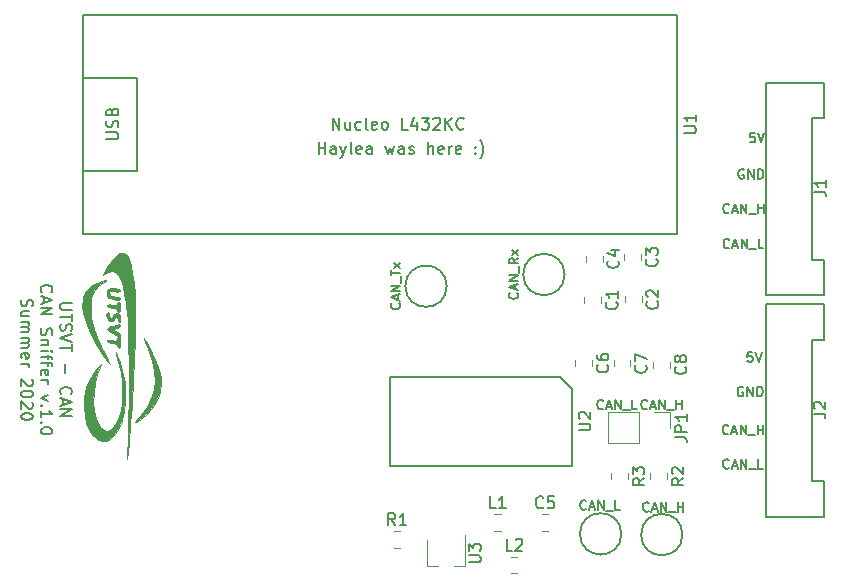
<source format=gbr>
%TF.GenerationSoftware,KiCad,Pcbnew,(5.1.6)-1*%
%TF.CreationDate,2020-08-13T15:14:37-05:00*%
%TF.ProjectId,CAN sniffer,43414e20-736e-4696-9666-65722e6b6963,rev?*%
%TF.SameCoordinates,Original*%
%TF.FileFunction,Legend,Top*%
%TF.FilePolarity,Positive*%
%FSLAX46Y46*%
G04 Gerber Fmt 4.6, Leading zero omitted, Abs format (unit mm)*
G04 Created by KiCad (PCBNEW (5.1.6)-1) date 2020-08-13 15:14:37*
%MOMM*%
%LPD*%
G01*
G04 APERTURE LIST*
%ADD10C,0.150000*%
%ADD11C,0.010000*%
%ADD12C,0.120000*%
G04 APERTURE END LIST*
D10*
X162560076Y-95942200D02*
X162483885Y-95904104D01*
X162369600Y-95904104D01*
X162255314Y-95942200D01*
X162179123Y-96018390D01*
X162141028Y-96094580D01*
X162102933Y-96246961D01*
X162102933Y-96361247D01*
X162141028Y-96513628D01*
X162179123Y-96589819D01*
X162255314Y-96666009D01*
X162369600Y-96704104D01*
X162445790Y-96704104D01*
X162560076Y-96666009D01*
X162598171Y-96627914D01*
X162598171Y-96361247D01*
X162445790Y-96361247D01*
X162941028Y-96704104D02*
X162941028Y-95904104D01*
X163398171Y-96704104D01*
X163398171Y-95904104D01*
X163779123Y-96704104D02*
X163779123Y-95904104D01*
X163969600Y-95904104D01*
X164083885Y-95942200D01*
X164160076Y-96018390D01*
X164198171Y-96094580D01*
X164236266Y-96246961D01*
X164236266Y-96361247D01*
X164198171Y-96513628D01*
X164160076Y-96589819D01*
X164083885Y-96666009D01*
X163969600Y-96704104D01*
X163779123Y-96704104D01*
X126627809Y-76182480D02*
X126627809Y-75182480D01*
X126627809Y-75658671D02*
X127199238Y-75658671D01*
X127199238Y-76182480D02*
X127199238Y-75182480D01*
X128104000Y-76182480D02*
X128104000Y-75658671D01*
X128056380Y-75563433D01*
X127961142Y-75515814D01*
X127770666Y-75515814D01*
X127675428Y-75563433D01*
X128104000Y-76134861D02*
X128008761Y-76182480D01*
X127770666Y-76182480D01*
X127675428Y-76134861D01*
X127627809Y-76039623D01*
X127627809Y-75944385D01*
X127675428Y-75849147D01*
X127770666Y-75801528D01*
X128008761Y-75801528D01*
X128104000Y-75753909D01*
X128484952Y-75515814D02*
X128723047Y-76182480D01*
X128961142Y-75515814D02*
X128723047Y-76182480D01*
X128627809Y-76420576D01*
X128580190Y-76468195D01*
X128484952Y-76515814D01*
X129484952Y-76182480D02*
X129389714Y-76134861D01*
X129342095Y-76039623D01*
X129342095Y-75182480D01*
X130246857Y-76134861D02*
X130151619Y-76182480D01*
X129961142Y-76182480D01*
X129865904Y-76134861D01*
X129818285Y-76039623D01*
X129818285Y-75658671D01*
X129865904Y-75563433D01*
X129961142Y-75515814D01*
X130151619Y-75515814D01*
X130246857Y-75563433D01*
X130294476Y-75658671D01*
X130294476Y-75753909D01*
X129818285Y-75849147D01*
X131151619Y-76182480D02*
X131151619Y-75658671D01*
X131104000Y-75563433D01*
X131008761Y-75515814D01*
X130818285Y-75515814D01*
X130723047Y-75563433D01*
X131151619Y-76134861D02*
X131056380Y-76182480D01*
X130818285Y-76182480D01*
X130723047Y-76134861D01*
X130675428Y-76039623D01*
X130675428Y-75944385D01*
X130723047Y-75849147D01*
X130818285Y-75801528D01*
X131056380Y-75801528D01*
X131151619Y-75753909D01*
X132294476Y-75515814D02*
X132484952Y-76182480D01*
X132675428Y-75706290D01*
X132865904Y-76182480D01*
X133056380Y-75515814D01*
X133865904Y-76182480D02*
X133865904Y-75658671D01*
X133818285Y-75563433D01*
X133723047Y-75515814D01*
X133532571Y-75515814D01*
X133437333Y-75563433D01*
X133865904Y-76134861D02*
X133770666Y-76182480D01*
X133532571Y-76182480D01*
X133437333Y-76134861D01*
X133389714Y-76039623D01*
X133389714Y-75944385D01*
X133437333Y-75849147D01*
X133532571Y-75801528D01*
X133770666Y-75801528D01*
X133865904Y-75753909D01*
X134294476Y-76134861D02*
X134389714Y-76182480D01*
X134580190Y-76182480D01*
X134675428Y-76134861D01*
X134723047Y-76039623D01*
X134723047Y-75992004D01*
X134675428Y-75896766D01*
X134580190Y-75849147D01*
X134437333Y-75849147D01*
X134342095Y-75801528D01*
X134294476Y-75706290D01*
X134294476Y-75658671D01*
X134342095Y-75563433D01*
X134437333Y-75515814D01*
X134580190Y-75515814D01*
X134675428Y-75563433D01*
X135913523Y-76182480D02*
X135913523Y-75182480D01*
X136342095Y-76182480D02*
X136342095Y-75658671D01*
X136294476Y-75563433D01*
X136199238Y-75515814D01*
X136056380Y-75515814D01*
X135961142Y-75563433D01*
X135913523Y-75611052D01*
X137199238Y-76134861D02*
X137104000Y-76182480D01*
X136913523Y-76182480D01*
X136818285Y-76134861D01*
X136770666Y-76039623D01*
X136770666Y-75658671D01*
X136818285Y-75563433D01*
X136913523Y-75515814D01*
X137104000Y-75515814D01*
X137199238Y-75563433D01*
X137246857Y-75658671D01*
X137246857Y-75753909D01*
X136770666Y-75849147D01*
X137675428Y-76182480D02*
X137675428Y-75515814D01*
X137675428Y-75706290D02*
X137723047Y-75611052D01*
X137770666Y-75563433D01*
X137865904Y-75515814D01*
X137961142Y-75515814D01*
X138675428Y-76134861D02*
X138580190Y-76182480D01*
X138389714Y-76182480D01*
X138294476Y-76134861D01*
X138246857Y-76039623D01*
X138246857Y-75658671D01*
X138294476Y-75563433D01*
X138389714Y-75515814D01*
X138580190Y-75515814D01*
X138675428Y-75563433D01*
X138723047Y-75658671D01*
X138723047Y-75753909D01*
X138246857Y-75849147D01*
X139913523Y-76087242D02*
X139961142Y-76134861D01*
X139913523Y-76182480D01*
X139865904Y-76134861D01*
X139913523Y-76087242D01*
X139913523Y-76182480D01*
X139913523Y-75563433D02*
X139961142Y-75611052D01*
X139913523Y-75658671D01*
X139865904Y-75611052D01*
X139913523Y-75563433D01*
X139913523Y-75658671D01*
X140294476Y-76563433D02*
X140342095Y-76515814D01*
X140437333Y-76372957D01*
X140484952Y-76277719D01*
X140532571Y-76134861D01*
X140580190Y-75896766D01*
X140580190Y-75706290D01*
X140532571Y-75468195D01*
X140484952Y-75325338D01*
X140437333Y-75230100D01*
X140342095Y-75087242D01*
X140294476Y-75039623D01*
X105740719Y-88813285D02*
X104931195Y-88813285D01*
X104835957Y-88860904D01*
X104788338Y-88908523D01*
X104740719Y-89003761D01*
X104740719Y-89194238D01*
X104788338Y-89289476D01*
X104835957Y-89337095D01*
X104931195Y-89384714D01*
X105740719Y-89384714D01*
X105740719Y-89718047D02*
X105740719Y-90289476D01*
X104740719Y-90003761D02*
X105740719Y-90003761D01*
X104788338Y-90575190D02*
X104740719Y-90718047D01*
X104740719Y-90956142D01*
X104788338Y-91051380D01*
X104835957Y-91099000D01*
X104931195Y-91146619D01*
X105026433Y-91146619D01*
X105121671Y-91099000D01*
X105169290Y-91051380D01*
X105216909Y-90956142D01*
X105264528Y-90765666D01*
X105312147Y-90670428D01*
X105359766Y-90622809D01*
X105455004Y-90575190D01*
X105550242Y-90575190D01*
X105645480Y-90622809D01*
X105693100Y-90670428D01*
X105740719Y-90765666D01*
X105740719Y-91003761D01*
X105693100Y-91146619D01*
X105740719Y-91432333D02*
X104740719Y-91765666D01*
X105740719Y-92099000D01*
X105740719Y-92289476D02*
X105740719Y-92860904D01*
X104740719Y-92575190D02*
X105740719Y-92575190D01*
X105121671Y-93956142D02*
X105121671Y-94718047D01*
X104835957Y-96527571D02*
X104788338Y-96479952D01*
X104740719Y-96337095D01*
X104740719Y-96241857D01*
X104788338Y-96099000D01*
X104883576Y-96003761D01*
X104978814Y-95956142D01*
X105169290Y-95908523D01*
X105312147Y-95908523D01*
X105502623Y-95956142D01*
X105597861Y-96003761D01*
X105693100Y-96099000D01*
X105740719Y-96241857D01*
X105740719Y-96337095D01*
X105693100Y-96479952D01*
X105645480Y-96527571D01*
X105026433Y-96908523D02*
X105026433Y-97384714D01*
X104740719Y-96813285D02*
X105740719Y-97146619D01*
X104740719Y-97479952D01*
X104740719Y-97813285D02*
X105740719Y-97813285D01*
X104740719Y-98384714D01*
X105740719Y-98384714D01*
X103185957Y-87908523D02*
X103138338Y-87860904D01*
X103090719Y-87718047D01*
X103090719Y-87622809D01*
X103138338Y-87479952D01*
X103233576Y-87384714D01*
X103328814Y-87337095D01*
X103519290Y-87289476D01*
X103662147Y-87289476D01*
X103852623Y-87337095D01*
X103947861Y-87384714D01*
X104043100Y-87479952D01*
X104090719Y-87622809D01*
X104090719Y-87718047D01*
X104043100Y-87860904D01*
X103995480Y-87908523D01*
X103376433Y-88289476D02*
X103376433Y-88765666D01*
X103090719Y-88194238D02*
X104090719Y-88527571D01*
X103090719Y-88860904D01*
X103090719Y-89194238D02*
X104090719Y-89194238D01*
X103090719Y-89765666D01*
X104090719Y-89765666D01*
X103138338Y-90956142D02*
X103090719Y-91099000D01*
X103090719Y-91337095D01*
X103138338Y-91432333D01*
X103185957Y-91479952D01*
X103281195Y-91527571D01*
X103376433Y-91527571D01*
X103471671Y-91479952D01*
X103519290Y-91432333D01*
X103566909Y-91337095D01*
X103614528Y-91146619D01*
X103662147Y-91051380D01*
X103709766Y-91003761D01*
X103805004Y-90956142D01*
X103900242Y-90956142D01*
X103995480Y-91003761D01*
X104043100Y-91051380D01*
X104090719Y-91146619D01*
X104090719Y-91384714D01*
X104043100Y-91527571D01*
X103757385Y-91956142D02*
X103090719Y-91956142D01*
X103662147Y-91956142D02*
X103709766Y-92003761D01*
X103757385Y-92099000D01*
X103757385Y-92241857D01*
X103709766Y-92337095D01*
X103614528Y-92384714D01*
X103090719Y-92384714D01*
X103090719Y-92860904D02*
X103757385Y-92860904D01*
X104090719Y-92860904D02*
X104043100Y-92813285D01*
X103995480Y-92860904D01*
X104043100Y-92908523D01*
X104090719Y-92860904D01*
X103995480Y-92860904D01*
X103757385Y-93194238D02*
X103757385Y-93575190D01*
X103090719Y-93337095D02*
X103947861Y-93337095D01*
X104043100Y-93384714D01*
X104090719Y-93479952D01*
X104090719Y-93575190D01*
X103757385Y-93765666D02*
X103757385Y-94146619D01*
X103090719Y-93908523D02*
X103947861Y-93908523D01*
X104043100Y-93956142D01*
X104090719Y-94051380D01*
X104090719Y-94146619D01*
X103138338Y-94860904D02*
X103090719Y-94765666D01*
X103090719Y-94575190D01*
X103138338Y-94479952D01*
X103233576Y-94432333D01*
X103614528Y-94432333D01*
X103709766Y-94479952D01*
X103757385Y-94575190D01*
X103757385Y-94765666D01*
X103709766Y-94860904D01*
X103614528Y-94908523D01*
X103519290Y-94908523D01*
X103424052Y-94432333D01*
X103090719Y-95337095D02*
X103757385Y-95337095D01*
X103566909Y-95337095D02*
X103662147Y-95384714D01*
X103709766Y-95432333D01*
X103757385Y-95527571D01*
X103757385Y-95622809D01*
X103757385Y-96622809D02*
X103090719Y-96860904D01*
X103757385Y-97099000D01*
X103185957Y-97479952D02*
X103138338Y-97527571D01*
X103090719Y-97479952D01*
X103138338Y-97432333D01*
X103185957Y-97479952D01*
X103090719Y-97479952D01*
X103090719Y-98479952D02*
X103090719Y-97908523D01*
X103090719Y-98194238D02*
X104090719Y-98194238D01*
X103947861Y-98099000D01*
X103852623Y-98003761D01*
X103805004Y-97908523D01*
X103185957Y-98908523D02*
X103138338Y-98956142D01*
X103090719Y-98908523D01*
X103138338Y-98860904D01*
X103185957Y-98908523D01*
X103090719Y-98908523D01*
X104090719Y-99575190D02*
X104090719Y-99670428D01*
X104043100Y-99765666D01*
X103995480Y-99813285D01*
X103900242Y-99860904D01*
X103709766Y-99908523D01*
X103471671Y-99908523D01*
X103281195Y-99860904D01*
X103185957Y-99813285D01*
X103138338Y-99765666D01*
X103090719Y-99670428D01*
X103090719Y-99575190D01*
X103138338Y-99479952D01*
X103185957Y-99432333D01*
X103281195Y-99384714D01*
X103471671Y-99337095D01*
X103709766Y-99337095D01*
X103900242Y-99384714D01*
X103995480Y-99432333D01*
X104043100Y-99479952D01*
X104090719Y-99575190D01*
X101488338Y-88503761D02*
X101440719Y-88646619D01*
X101440719Y-88884714D01*
X101488338Y-88979952D01*
X101535957Y-89027571D01*
X101631195Y-89075190D01*
X101726433Y-89075190D01*
X101821671Y-89027571D01*
X101869290Y-88979952D01*
X101916909Y-88884714D01*
X101964528Y-88694238D01*
X102012147Y-88599000D01*
X102059766Y-88551380D01*
X102155004Y-88503761D01*
X102250242Y-88503761D01*
X102345480Y-88551380D01*
X102393100Y-88599000D01*
X102440719Y-88694238D01*
X102440719Y-88932333D01*
X102393100Y-89075190D01*
X102107385Y-89932333D02*
X101440719Y-89932333D01*
X102107385Y-89503761D02*
X101583576Y-89503761D01*
X101488338Y-89551380D01*
X101440719Y-89646619D01*
X101440719Y-89789476D01*
X101488338Y-89884714D01*
X101535957Y-89932333D01*
X101440719Y-90408523D02*
X102107385Y-90408523D01*
X102012147Y-90408523D02*
X102059766Y-90456142D01*
X102107385Y-90551380D01*
X102107385Y-90694238D01*
X102059766Y-90789476D01*
X101964528Y-90837095D01*
X101440719Y-90837095D01*
X101964528Y-90837095D02*
X102059766Y-90884714D01*
X102107385Y-90979952D01*
X102107385Y-91122809D01*
X102059766Y-91218047D01*
X101964528Y-91265666D01*
X101440719Y-91265666D01*
X101440719Y-91741857D02*
X102107385Y-91741857D01*
X102012147Y-91741857D02*
X102059766Y-91789476D01*
X102107385Y-91884714D01*
X102107385Y-92027571D01*
X102059766Y-92122809D01*
X101964528Y-92170428D01*
X101440719Y-92170428D01*
X101964528Y-92170428D02*
X102059766Y-92218047D01*
X102107385Y-92313285D01*
X102107385Y-92456142D01*
X102059766Y-92551380D01*
X101964528Y-92599000D01*
X101440719Y-92599000D01*
X101488338Y-93456142D02*
X101440719Y-93360904D01*
X101440719Y-93170428D01*
X101488338Y-93075190D01*
X101583576Y-93027571D01*
X101964528Y-93027571D01*
X102059766Y-93075190D01*
X102107385Y-93170428D01*
X102107385Y-93360904D01*
X102059766Y-93456142D01*
X101964528Y-93503761D01*
X101869290Y-93503761D01*
X101774052Y-93027571D01*
X101440719Y-93932333D02*
X102107385Y-93932333D01*
X101916909Y-93932333D02*
X102012147Y-93979952D01*
X102059766Y-94027571D01*
X102107385Y-94122809D01*
X102107385Y-94218047D01*
X102345480Y-95265666D02*
X102393100Y-95313285D01*
X102440719Y-95408523D01*
X102440719Y-95646619D01*
X102393100Y-95741857D01*
X102345480Y-95789476D01*
X102250242Y-95837095D01*
X102155004Y-95837095D01*
X102012147Y-95789476D01*
X101440719Y-95218047D01*
X101440719Y-95837095D01*
X102440719Y-96456142D02*
X102440719Y-96551380D01*
X102393100Y-96646619D01*
X102345480Y-96694238D01*
X102250242Y-96741857D01*
X102059766Y-96789476D01*
X101821671Y-96789476D01*
X101631195Y-96741857D01*
X101535957Y-96694238D01*
X101488338Y-96646619D01*
X101440719Y-96551380D01*
X101440719Y-96456142D01*
X101488338Y-96360904D01*
X101535957Y-96313285D01*
X101631195Y-96265666D01*
X101821671Y-96218047D01*
X102059766Y-96218047D01*
X102250242Y-96265666D01*
X102345480Y-96313285D01*
X102393100Y-96360904D01*
X102440719Y-96456142D01*
X102345480Y-97170428D02*
X102393100Y-97218047D01*
X102440719Y-97313285D01*
X102440719Y-97551380D01*
X102393100Y-97646619D01*
X102345480Y-97694238D01*
X102250242Y-97741857D01*
X102155004Y-97741857D01*
X102012147Y-97694238D01*
X101440719Y-97122809D01*
X101440719Y-97741857D01*
X102440719Y-98360904D02*
X102440719Y-98456142D01*
X102393100Y-98551380D01*
X102345480Y-98599000D01*
X102250242Y-98646619D01*
X102059766Y-98694238D01*
X101821671Y-98694238D01*
X101631195Y-98646619D01*
X101535957Y-98599000D01*
X101488338Y-98551380D01*
X101440719Y-98456142D01*
X101440719Y-98360904D01*
X101488338Y-98265666D01*
X101535957Y-98218047D01*
X101631195Y-98170428D01*
X101821671Y-98122809D01*
X102059766Y-98122809D01*
X102250242Y-98170428D01*
X102345480Y-98218047D01*
X102393100Y-98265666D01*
X102440719Y-98360904D01*
X149288642Y-106229114D02*
X149250547Y-106267209D01*
X149136261Y-106305304D01*
X149060071Y-106305304D01*
X148945785Y-106267209D01*
X148869595Y-106191019D01*
X148831500Y-106114828D01*
X148793404Y-105962447D01*
X148793404Y-105848161D01*
X148831500Y-105695780D01*
X148869595Y-105619590D01*
X148945785Y-105543400D01*
X149060071Y-105505304D01*
X149136261Y-105505304D01*
X149250547Y-105543400D01*
X149288642Y-105581495D01*
X149593404Y-106076733D02*
X149974357Y-106076733D01*
X149517214Y-106305304D02*
X149783880Y-105505304D01*
X150050547Y-106305304D01*
X150317214Y-106305304D02*
X150317214Y-105505304D01*
X150774357Y-106305304D01*
X150774357Y-105505304D01*
X150964833Y-106381495D02*
X151574357Y-106381495D01*
X152145785Y-106305304D02*
X151764833Y-106305304D01*
X151764833Y-105505304D01*
X163347419Y-92970404D02*
X162966466Y-92970404D01*
X162928371Y-93351357D01*
X162966466Y-93313261D01*
X163042657Y-93275166D01*
X163233133Y-93275166D01*
X163309323Y-93313261D01*
X163347419Y-93351357D01*
X163385514Y-93427547D01*
X163385514Y-93618023D01*
X163347419Y-93694214D01*
X163309323Y-93732309D01*
X163233133Y-93770404D01*
X163042657Y-93770404D01*
X162966466Y-93732309D01*
X162928371Y-93694214D01*
X163614085Y-92970404D02*
X163880752Y-93770404D01*
X164147419Y-92970404D01*
X161334604Y-99853714D02*
X161296509Y-99891809D01*
X161182223Y-99929904D01*
X161106033Y-99929904D01*
X160991747Y-99891809D01*
X160915557Y-99815619D01*
X160877461Y-99739428D01*
X160839366Y-99587047D01*
X160839366Y-99472761D01*
X160877461Y-99320380D01*
X160915557Y-99244190D01*
X160991747Y-99168000D01*
X161106033Y-99129904D01*
X161182223Y-99129904D01*
X161296509Y-99168000D01*
X161334604Y-99206095D01*
X161639366Y-99701333D02*
X162020319Y-99701333D01*
X161563176Y-99929904D02*
X161829842Y-99129904D01*
X162096509Y-99929904D01*
X162363176Y-99929904D02*
X162363176Y-99129904D01*
X162820319Y-99929904D01*
X162820319Y-99129904D01*
X163010795Y-100006095D02*
X163620319Y-100006095D01*
X163810795Y-99929904D02*
X163810795Y-99129904D01*
X163810795Y-99510857D02*
X164267938Y-99510857D01*
X164267938Y-99929904D02*
X164267938Y-99129904D01*
X161366342Y-102736614D02*
X161328247Y-102774709D01*
X161213961Y-102812804D01*
X161137771Y-102812804D01*
X161023485Y-102774709D01*
X160947295Y-102698519D01*
X160909200Y-102622328D01*
X160871104Y-102469947D01*
X160871104Y-102355661D01*
X160909200Y-102203280D01*
X160947295Y-102127090D01*
X161023485Y-102050900D01*
X161137771Y-102012804D01*
X161213961Y-102012804D01*
X161328247Y-102050900D01*
X161366342Y-102088995D01*
X161671104Y-102584233D02*
X162052057Y-102584233D01*
X161594914Y-102812804D02*
X161861580Y-102012804D01*
X162128247Y-102812804D01*
X162394914Y-102812804D02*
X162394914Y-102012804D01*
X162852057Y-102812804D01*
X162852057Y-102012804D01*
X163042533Y-102888995D02*
X163652057Y-102888995D01*
X164223485Y-102812804D02*
X163842533Y-102812804D01*
X163842533Y-102012804D01*
X163550619Y-74403004D02*
X163169666Y-74403004D01*
X163131571Y-74783957D01*
X163169666Y-74745861D01*
X163245857Y-74707766D01*
X163436333Y-74707766D01*
X163512523Y-74745861D01*
X163550619Y-74783957D01*
X163588714Y-74860147D01*
X163588714Y-75050623D01*
X163550619Y-75126814D01*
X163512523Y-75164909D01*
X163436333Y-75203004D01*
X163245857Y-75203004D01*
X163169666Y-75164909D01*
X163131571Y-75126814D01*
X163817285Y-74403004D02*
X164083952Y-75203004D01*
X164350619Y-74403004D01*
X162623576Y-77501800D02*
X162547385Y-77463704D01*
X162433100Y-77463704D01*
X162318814Y-77501800D01*
X162242623Y-77577990D01*
X162204528Y-77654180D01*
X162166433Y-77806561D01*
X162166433Y-77920847D01*
X162204528Y-78073228D01*
X162242623Y-78149419D01*
X162318814Y-78225609D01*
X162433100Y-78263704D01*
X162509290Y-78263704D01*
X162623576Y-78225609D01*
X162661671Y-78187514D01*
X162661671Y-77920847D01*
X162509290Y-77920847D01*
X163004528Y-78263704D02*
X163004528Y-77463704D01*
X163461671Y-78263704D01*
X163461671Y-77463704D01*
X163842623Y-78263704D02*
X163842623Y-77463704D01*
X164033100Y-77463704D01*
X164147385Y-77501800D01*
X164223576Y-77577990D01*
X164261671Y-77654180D01*
X164299766Y-77806561D01*
X164299766Y-77920847D01*
X164261671Y-78073228D01*
X164223576Y-78149419D01*
X164147385Y-78225609D01*
X164033100Y-78263704D01*
X163842623Y-78263704D01*
X161372704Y-81133914D02*
X161334609Y-81172009D01*
X161220323Y-81210104D01*
X161144133Y-81210104D01*
X161029847Y-81172009D01*
X160953657Y-81095819D01*
X160915561Y-81019628D01*
X160877466Y-80867247D01*
X160877466Y-80752961D01*
X160915561Y-80600580D01*
X160953657Y-80524390D01*
X161029847Y-80448200D01*
X161144133Y-80410104D01*
X161220323Y-80410104D01*
X161334609Y-80448200D01*
X161372704Y-80486295D01*
X161677466Y-80981533D02*
X162058419Y-80981533D01*
X161601276Y-81210104D02*
X161867942Y-80410104D01*
X162134609Y-81210104D01*
X162401276Y-81210104D02*
X162401276Y-80410104D01*
X162858419Y-81210104D01*
X162858419Y-80410104D01*
X163048895Y-81286295D02*
X163658419Y-81286295D01*
X163848895Y-81210104D02*
X163848895Y-80410104D01*
X163848895Y-80791057D02*
X164306038Y-80791057D01*
X164306038Y-81210104D02*
X164306038Y-80410104D01*
X161417142Y-84105714D02*
X161379047Y-84143809D01*
X161264761Y-84181904D01*
X161188571Y-84181904D01*
X161074285Y-84143809D01*
X160998095Y-84067619D01*
X160960000Y-83991428D01*
X160921904Y-83839047D01*
X160921904Y-83724761D01*
X160960000Y-83572380D01*
X160998095Y-83496190D01*
X161074285Y-83420000D01*
X161188571Y-83381904D01*
X161264761Y-83381904D01*
X161379047Y-83420000D01*
X161417142Y-83458095D01*
X161721904Y-83953333D02*
X162102857Y-83953333D01*
X161645714Y-84181904D02*
X161912380Y-83381904D01*
X162179047Y-84181904D01*
X162445714Y-84181904D02*
X162445714Y-83381904D01*
X162902857Y-84181904D01*
X162902857Y-83381904D01*
X163093333Y-84258095D02*
X163702857Y-84258095D01*
X164274285Y-84181904D02*
X163893333Y-84181904D01*
X163893333Y-83381904D01*
X150723742Y-97732814D02*
X150685647Y-97770909D01*
X150571361Y-97809004D01*
X150495171Y-97809004D01*
X150380885Y-97770909D01*
X150304695Y-97694719D01*
X150266600Y-97618528D01*
X150228504Y-97466147D01*
X150228504Y-97351861D01*
X150266600Y-97199480D01*
X150304695Y-97123290D01*
X150380885Y-97047100D01*
X150495171Y-97009004D01*
X150571361Y-97009004D01*
X150685647Y-97047100D01*
X150723742Y-97085195D01*
X151028504Y-97580433D02*
X151409457Y-97580433D01*
X150952314Y-97809004D02*
X151218980Y-97009004D01*
X151485647Y-97809004D01*
X151752314Y-97809004D02*
X151752314Y-97009004D01*
X152209457Y-97809004D01*
X152209457Y-97009004D01*
X152399933Y-97885195D02*
X153009457Y-97885195D01*
X153580885Y-97809004D02*
X153199933Y-97809004D01*
X153199933Y-97009004D01*
X154438504Y-97732814D02*
X154400409Y-97770909D01*
X154286123Y-97809004D01*
X154209933Y-97809004D01*
X154095647Y-97770909D01*
X154019457Y-97694719D01*
X153981361Y-97618528D01*
X153943266Y-97466147D01*
X153943266Y-97351861D01*
X153981361Y-97199480D01*
X154019457Y-97123290D01*
X154095647Y-97047100D01*
X154209933Y-97009004D01*
X154286123Y-97009004D01*
X154400409Y-97047100D01*
X154438504Y-97085195D01*
X154743266Y-97580433D02*
X155124219Y-97580433D01*
X154667076Y-97809004D02*
X154933742Y-97009004D01*
X155200409Y-97809004D01*
X155467076Y-97809004D02*
X155467076Y-97009004D01*
X155924219Y-97809004D01*
X155924219Y-97009004D01*
X156114695Y-97885195D02*
X156724219Y-97885195D01*
X156914695Y-97809004D02*
X156914695Y-97009004D01*
X156914695Y-97389957D02*
X157371838Y-97389957D01*
X157371838Y-97809004D02*
X157371838Y-97009004D01*
X154578204Y-106381514D02*
X154540109Y-106419609D01*
X154425823Y-106457704D01*
X154349633Y-106457704D01*
X154235347Y-106419609D01*
X154159157Y-106343419D01*
X154121061Y-106267228D01*
X154082966Y-106114847D01*
X154082966Y-106000561D01*
X154121061Y-105848180D01*
X154159157Y-105771990D01*
X154235347Y-105695800D01*
X154349633Y-105657704D01*
X154425823Y-105657704D01*
X154540109Y-105695800D01*
X154578204Y-105733895D01*
X154882966Y-106229133D02*
X155263919Y-106229133D01*
X154806776Y-106457704D02*
X155073442Y-105657704D01*
X155340109Y-106457704D01*
X155606776Y-106457704D02*
X155606776Y-105657704D01*
X156063919Y-106457704D01*
X156063919Y-105657704D01*
X156254395Y-106533895D02*
X156863919Y-106533895D01*
X157054395Y-106457704D02*
X157054395Y-105657704D01*
X157054395Y-106038657D02*
X157511538Y-106038657D01*
X157511538Y-106457704D02*
X157511538Y-105657704D01*
X143452814Y-87928257D02*
X143490909Y-87966352D01*
X143529004Y-88080638D01*
X143529004Y-88156828D01*
X143490909Y-88271114D01*
X143414719Y-88347304D01*
X143338528Y-88385400D01*
X143186147Y-88423495D01*
X143071861Y-88423495D01*
X142919480Y-88385400D01*
X142843290Y-88347304D01*
X142767100Y-88271114D01*
X142729004Y-88156828D01*
X142729004Y-88080638D01*
X142767100Y-87966352D01*
X142805195Y-87928257D01*
X143300433Y-87623495D02*
X143300433Y-87242542D01*
X143529004Y-87699685D02*
X142729004Y-87433019D01*
X143529004Y-87166352D01*
X143529004Y-86899685D02*
X142729004Y-86899685D01*
X143529004Y-86442542D01*
X142729004Y-86442542D01*
X143605195Y-86252066D02*
X143605195Y-85642542D01*
X143529004Y-84994923D02*
X143148052Y-85261590D01*
X143529004Y-85452066D02*
X142729004Y-85452066D01*
X142729004Y-85147304D01*
X142767100Y-85071114D01*
X142805195Y-85033019D01*
X142881385Y-84994923D01*
X142995671Y-84994923D01*
X143071861Y-85033019D01*
X143109957Y-85071114D01*
X143148052Y-85147304D01*
X143148052Y-85452066D01*
X143529004Y-84728257D02*
X142995671Y-84309209D01*
X142995671Y-84728257D02*
X143529004Y-84309209D01*
X133470614Y-88823619D02*
X133508709Y-88861714D01*
X133546804Y-88976000D01*
X133546804Y-89052190D01*
X133508709Y-89166476D01*
X133432519Y-89242666D01*
X133356328Y-89280761D01*
X133203947Y-89318857D01*
X133089661Y-89318857D01*
X132937280Y-89280761D01*
X132861090Y-89242666D01*
X132784900Y-89166476D01*
X132746804Y-89052190D01*
X132746804Y-88976000D01*
X132784900Y-88861714D01*
X132822995Y-88823619D01*
X133318233Y-88518857D02*
X133318233Y-88137904D01*
X133546804Y-88595047D02*
X132746804Y-88328380D01*
X133546804Y-88061714D01*
X133546804Y-87795047D02*
X132746804Y-87795047D01*
X133546804Y-87337904D01*
X132746804Y-87337904D01*
X133622995Y-87147428D02*
X133622995Y-86537904D01*
X132746804Y-86461714D02*
X132746804Y-86004571D01*
X133546804Y-86233142D02*
X132746804Y-86233142D01*
X133546804Y-85814095D02*
X133013471Y-85395047D01*
X133013471Y-85814095D02*
X133546804Y-85395047D01*
%TO.C,TP1*%
X137474900Y-87376000D02*
G75*
G03*
X137474900Y-87376000I-1750000J0D01*
G01*
D11*
%TO.C,G\u002A\u002A\u002A*%
G36*
X108870287Y-93912417D02*
G01*
X108735973Y-93728990D01*
X108551552Y-93458708D01*
X108335840Y-93130558D01*
X108107652Y-92773526D01*
X107885805Y-92416599D01*
X107689114Y-92088765D01*
X107554111Y-91851621D01*
X107186960Y-91104408D01*
X106908562Y-90374966D01*
X106724456Y-89686950D01*
X106640176Y-89064012D01*
X106661261Y-88529807D01*
X106719131Y-88284343D01*
X106965323Y-87800869D01*
X107357395Y-87399459D01*
X107829171Y-87113551D01*
X108096180Y-86998503D01*
X108331755Y-86915827D01*
X108510627Y-86869925D01*
X108607526Y-86865199D01*
X108597182Y-86906050D01*
X108454326Y-86996879D01*
X108432600Y-87008449D01*
X107968758Y-87341640D01*
X107594670Y-87790388D01*
X107514679Y-87926334D01*
X107433152Y-88099425D01*
X107380182Y-88284015D01*
X107350224Y-88521005D01*
X107337731Y-88851296D01*
X107336713Y-89238667D01*
X107344530Y-89700913D01*
X107369086Y-90056277D01*
X107419939Y-90367059D01*
X107506645Y-90695558D01*
X107609475Y-91016667D01*
X107754816Y-91409692D01*
X107954659Y-91891735D01*
X108183089Y-92402793D01*
X108414192Y-92882863D01*
X108423088Y-92900500D01*
X108614929Y-93284340D01*
X108772572Y-93608034D01*
X108883360Y-93844927D01*
X108934636Y-93968364D01*
X108935677Y-93980000D01*
X108870287Y-93912417D01*
G37*
X108870287Y-93912417D02*
X108735973Y-93728990D01*
X108551552Y-93458708D01*
X108335840Y-93130558D01*
X108107652Y-92773526D01*
X107885805Y-92416599D01*
X107689114Y-92088765D01*
X107554111Y-91851621D01*
X107186960Y-91104408D01*
X106908562Y-90374966D01*
X106724456Y-89686950D01*
X106640176Y-89064012D01*
X106661261Y-88529807D01*
X106719131Y-88284343D01*
X106965323Y-87800869D01*
X107357395Y-87399459D01*
X107829171Y-87113551D01*
X108096180Y-86998503D01*
X108331755Y-86915827D01*
X108510627Y-86869925D01*
X108607526Y-86865199D01*
X108597182Y-86906050D01*
X108454326Y-86996879D01*
X108432600Y-87008449D01*
X107968758Y-87341640D01*
X107594670Y-87790388D01*
X107514679Y-87926334D01*
X107433152Y-88099425D01*
X107380182Y-88284015D01*
X107350224Y-88521005D01*
X107337731Y-88851296D01*
X107336713Y-89238667D01*
X107344530Y-89700913D01*
X107369086Y-90056277D01*
X107419939Y-90367059D01*
X107506645Y-90695558D01*
X107609475Y-91016667D01*
X107754816Y-91409692D01*
X107954659Y-91891735D01*
X108183089Y-92402793D01*
X108414192Y-92882863D01*
X108423088Y-92900500D01*
X108614929Y-93284340D01*
X108772572Y-93608034D01*
X108883360Y-93844927D01*
X108934636Y-93968364D01*
X108935677Y-93980000D01*
X108870287Y-93912417D01*
G36*
X110234716Y-97190616D02*
G01*
X110152901Y-97957095D01*
X110008461Y-98628321D01*
X109966611Y-98763667D01*
X109709627Y-99400279D01*
X109411625Y-99895666D01*
X109081236Y-100245375D01*
X108727089Y-100444952D01*
X108357814Y-100489944D01*
X107982040Y-100375897D01*
X107608397Y-100098357D01*
X107532099Y-100020059D01*
X107209800Y-99560706D01*
X106967855Y-98978328D01*
X106813082Y-98302434D01*
X106752295Y-97562531D01*
X106790023Y-96807722D01*
X106853981Y-96415259D01*
X106949450Y-96009114D01*
X107034874Y-95737042D01*
X107198692Y-95368244D01*
X107418015Y-94966742D01*
X107661306Y-94583164D01*
X107897030Y-94268138D01*
X108050242Y-94107000D01*
X108244099Y-93937667D01*
X108114914Y-94191667D01*
X107852188Y-94846755D01*
X107672297Y-95590130D01*
X107577021Y-96379448D01*
X107568141Y-97172366D01*
X107647437Y-97926542D01*
X107816691Y-98599632D01*
X107918730Y-98856139D01*
X108161541Y-99282518D01*
X108421375Y-99544214D01*
X108690175Y-99644009D01*
X108959883Y-99584686D01*
X109222440Y-99369027D01*
X109469790Y-98999815D01*
X109693874Y-98479831D01*
X109780250Y-98213334D01*
X109954371Y-97397203D01*
X110026857Y-96494398D01*
X109999013Y-95552694D01*
X109872147Y-94619866D01*
X109658999Y-93778889D01*
X109555647Y-93446610D01*
X109479687Y-93181131D01*
X109441218Y-93018974D01*
X109439953Y-92986758D01*
X109494150Y-93029005D01*
X109580863Y-93202575D01*
X109688756Y-93475235D01*
X109806489Y-93814752D01*
X109922724Y-94188894D01*
X110026122Y-94565428D01*
X110088566Y-94830657D01*
X110204133Y-95576297D01*
X110252321Y-96379983D01*
X110234716Y-97190616D01*
G37*
X110234716Y-97190616D02*
X110152901Y-97957095D01*
X110008461Y-98628321D01*
X109966611Y-98763667D01*
X109709627Y-99400279D01*
X109411625Y-99895666D01*
X109081236Y-100245375D01*
X108727089Y-100444952D01*
X108357814Y-100489944D01*
X107982040Y-100375897D01*
X107608397Y-100098357D01*
X107532099Y-100020059D01*
X107209800Y-99560706D01*
X106967855Y-98978328D01*
X106813082Y-98302434D01*
X106752295Y-97562531D01*
X106790023Y-96807722D01*
X106853981Y-96415259D01*
X106949450Y-96009114D01*
X107034874Y-95737042D01*
X107198692Y-95368244D01*
X107418015Y-94966742D01*
X107661306Y-94583164D01*
X107897030Y-94268138D01*
X108050242Y-94107000D01*
X108244099Y-93937667D01*
X108114914Y-94191667D01*
X107852188Y-94846755D01*
X107672297Y-95590130D01*
X107577021Y-96379448D01*
X107568141Y-97172366D01*
X107647437Y-97926542D01*
X107816691Y-98599632D01*
X107918730Y-98856139D01*
X108161541Y-99282518D01*
X108421375Y-99544214D01*
X108690175Y-99644009D01*
X108959883Y-99584686D01*
X109222440Y-99369027D01*
X109469790Y-98999815D01*
X109693874Y-98479831D01*
X109780250Y-98213334D01*
X109954371Y-97397203D01*
X110026857Y-96494398D01*
X109999013Y-95552694D01*
X109872147Y-94619866D01*
X109658999Y-93778889D01*
X109555647Y-93446610D01*
X109479687Y-93181131D01*
X109441218Y-93018974D01*
X109439953Y-92986758D01*
X109494150Y-93029005D01*
X109580863Y-93202575D01*
X109688756Y-93475235D01*
X109806489Y-93814752D01*
X109922724Y-94188894D01*
X110026122Y-94565428D01*
X110088566Y-94830657D01*
X110204133Y-95576297D01*
X110252321Y-96379983D01*
X110234716Y-97190616D01*
G36*
X111073938Y-91967943D02*
G01*
X111019763Y-93582301D01*
X110933787Y-95350221D01*
X110815927Y-97270529D01*
X110797937Y-97536000D01*
X110751920Y-98188946D01*
X110700998Y-98879556D01*
X110649047Y-99557333D01*
X110599945Y-100171778D01*
X110557570Y-100672393D01*
X110554142Y-100711000D01*
X110440799Y-101981000D01*
X110495033Y-100076000D01*
X110514868Y-99259080D01*
X110530276Y-98373053D01*
X110541366Y-97437882D01*
X110548243Y-96473527D01*
X110551015Y-95499950D01*
X110549789Y-94537113D01*
X110544673Y-93604978D01*
X110535772Y-92723507D01*
X110523196Y-91912660D01*
X110507049Y-91192401D01*
X110487441Y-90582690D01*
X110464477Y-90103489D01*
X110439833Y-89789000D01*
X110320175Y-88814440D01*
X110187396Y-88001746D01*
X110038956Y-87343780D01*
X109872317Y-86833406D01*
X109684939Y-86463487D01*
X109474282Y-86226886D01*
X109237807Y-86116467D01*
X109129411Y-86106000D01*
X108886776Y-86155925D01*
X108642713Y-86276500D01*
X108636170Y-86281099D01*
X108484046Y-86379263D01*
X108415966Y-86389725D01*
X108434597Y-86299276D01*
X108542603Y-86094705D01*
X108739855Y-85767334D01*
X109029662Y-85338626D01*
X109324418Y-84974792D01*
X109599668Y-84702285D01*
X109830957Y-84547559D01*
X109884722Y-84528892D01*
X110144030Y-84542979D01*
X110372360Y-84722382D01*
X110569632Y-85065926D01*
X110735761Y-85572435D01*
X110870666Y-86240734D01*
X110974264Y-87069647D01*
X111046473Y-88058000D01*
X111087210Y-89204618D01*
X111096392Y-90508323D01*
X111073938Y-91967943D01*
G37*
X111073938Y-91967943D02*
X111019763Y-93582301D01*
X110933787Y-95350221D01*
X110815927Y-97270529D01*
X110797937Y-97536000D01*
X110751920Y-98188946D01*
X110700998Y-98879556D01*
X110649047Y-99557333D01*
X110599945Y-100171778D01*
X110557570Y-100672393D01*
X110554142Y-100711000D01*
X110440799Y-101981000D01*
X110495033Y-100076000D01*
X110514868Y-99259080D01*
X110530276Y-98373053D01*
X110541366Y-97437882D01*
X110548243Y-96473527D01*
X110551015Y-95499950D01*
X110549789Y-94537113D01*
X110544673Y-93604978D01*
X110535772Y-92723507D01*
X110523196Y-91912660D01*
X110507049Y-91192401D01*
X110487441Y-90582690D01*
X110464477Y-90103489D01*
X110439833Y-89789000D01*
X110320175Y-88814440D01*
X110187396Y-88001746D01*
X110038956Y-87343780D01*
X109872317Y-86833406D01*
X109684939Y-86463487D01*
X109474282Y-86226886D01*
X109237807Y-86116467D01*
X109129411Y-86106000D01*
X108886776Y-86155925D01*
X108642713Y-86276500D01*
X108636170Y-86281099D01*
X108484046Y-86379263D01*
X108415966Y-86389725D01*
X108434597Y-86299276D01*
X108542603Y-86094705D01*
X108739855Y-85767334D01*
X109029662Y-85338626D01*
X109324418Y-84974792D01*
X109599668Y-84702285D01*
X109830957Y-84547559D01*
X109884722Y-84528892D01*
X110144030Y-84542979D01*
X110372360Y-84722382D01*
X110569632Y-85065926D01*
X110735761Y-85572435D01*
X110870666Y-86240734D01*
X110974264Y-87069647D01*
X111046473Y-88058000D01*
X111087210Y-89204618D01*
X111096392Y-90508323D01*
X111073938Y-91967943D01*
G36*
X109760285Y-88542617D02*
G01*
X109681433Y-88559314D01*
X109466806Y-88535556D01*
X109207129Y-88480406D01*
X108969477Y-88411108D01*
X108820924Y-88344907D01*
X108809239Y-88335082D01*
X108714599Y-88145009D01*
X108685923Y-87896331D01*
X108733668Y-87693500D01*
X108869015Y-87594859D01*
X109092788Y-87544401D01*
X109352789Y-87539347D01*
X109596818Y-87576919D01*
X109772677Y-87654335D01*
X109829600Y-87751858D01*
X109771491Y-87811526D01*
X109583507Y-87828710D01*
X109356591Y-87816373D01*
X109088811Y-87798174D01*
X108951152Y-87810265D01*
X108905185Y-87866683D01*
X108912091Y-87978740D01*
X108954317Y-88102993D01*
X109065838Y-88181221D01*
X109289987Y-88238798D01*
X109385100Y-88255741D01*
X109671445Y-88325395D01*
X109815910Y-88409765D01*
X109829600Y-88446241D01*
X109760285Y-88542617D01*
G37*
X109760285Y-88542617D02*
X109681433Y-88559314D01*
X109466806Y-88535556D01*
X109207129Y-88480406D01*
X108969477Y-88411108D01*
X108820924Y-88344907D01*
X108809239Y-88335082D01*
X108714599Y-88145009D01*
X108685923Y-87896331D01*
X108733668Y-87693500D01*
X108869015Y-87594859D01*
X109092788Y-87544401D01*
X109352789Y-87539347D01*
X109596818Y-87576919D01*
X109772677Y-87654335D01*
X109829600Y-87751858D01*
X109771491Y-87811526D01*
X109583507Y-87828710D01*
X109356591Y-87816373D01*
X109088811Y-87798174D01*
X108951152Y-87810265D01*
X108905185Y-87866683D01*
X108912091Y-87978740D01*
X108954317Y-88102993D01*
X109065838Y-88181221D01*
X109289987Y-88238798D01*
X109385100Y-88255741D01*
X109671445Y-88325395D01*
X109815910Y-88409765D01*
X109829600Y-88446241D01*
X109760285Y-88542617D01*
G36*
X109785904Y-90381135D02*
G01*
X109723766Y-90402412D01*
X109640981Y-90299971D01*
X109617933Y-90170000D01*
X109577618Y-89987919D01*
X109481173Y-89953271D01*
X109365353Y-90071901D01*
X109338004Y-90125474D01*
X109190281Y-90299609D01*
X109001110Y-90324343D01*
X108812228Y-90197769D01*
X108776067Y-90151161D01*
X108662056Y-89940083D01*
X108670330Y-89768919D01*
X108720764Y-89672320D01*
X108822153Y-89591683D01*
X108902190Y-89646926D01*
X108927935Y-89804992D01*
X108919375Y-89871646D01*
X108928969Y-90039718D01*
X109014431Y-90085882D01*
X109130180Y-90006230D01*
X109195690Y-89895328D01*
X109344660Y-89719049D01*
X109545289Y-89676433D01*
X109706667Y-89750042D01*
X109784828Y-89878838D01*
X109825109Y-90065927D01*
X109825979Y-90252847D01*
X109785904Y-90381135D01*
G37*
X109785904Y-90381135D02*
X109723766Y-90402412D01*
X109640981Y-90299971D01*
X109617933Y-90170000D01*
X109577618Y-89987919D01*
X109481173Y-89953271D01*
X109365353Y-90071901D01*
X109338004Y-90125474D01*
X109190281Y-90299609D01*
X109001110Y-90324343D01*
X108812228Y-90197769D01*
X108776067Y-90151161D01*
X108662056Y-89940083D01*
X108670330Y-89768919D01*
X108720764Y-89672320D01*
X108822153Y-89591683D01*
X108902190Y-89646926D01*
X108927935Y-89804992D01*
X108919375Y-89871646D01*
X108928969Y-90039718D01*
X109014431Y-90085882D01*
X109130180Y-90006230D01*
X109195690Y-89895328D01*
X109344660Y-89719049D01*
X109545289Y-89676433D01*
X109706667Y-89750042D01*
X109784828Y-89878838D01*
X109825109Y-90065927D01*
X109825979Y-90252847D01*
X109785904Y-90381135D01*
G36*
X109816004Y-89420219D02*
G01*
X109768932Y-89550244D01*
X109702600Y-89577334D01*
X109599091Y-89507050D01*
X109575600Y-89410916D01*
X109544425Y-89305195D01*
X109424924Y-89238996D01*
X109178135Y-89191834D01*
X109152266Y-89188342D01*
X108866425Y-89128866D01*
X108738390Y-89045182D01*
X108728933Y-89008148D01*
X108760902Y-88937253D01*
X108881382Y-88916093D01*
X109127234Y-88938936D01*
X109152266Y-88942334D01*
X109406399Y-88968950D01*
X109534093Y-88953181D01*
X109574524Y-88887926D01*
X109575600Y-88865612D01*
X109639956Y-88748343D01*
X109702600Y-88730667D01*
X109782465Y-88775986D01*
X109821473Y-88932894D01*
X109829600Y-89154000D01*
X109816004Y-89420219D01*
G37*
X109816004Y-89420219D02*
X109768932Y-89550244D01*
X109702600Y-89577334D01*
X109599091Y-89507050D01*
X109575600Y-89410916D01*
X109544425Y-89305195D01*
X109424924Y-89238996D01*
X109178135Y-89191834D01*
X109152266Y-89188342D01*
X108866425Y-89128866D01*
X108738390Y-89045182D01*
X108728933Y-89008148D01*
X108760902Y-88937253D01*
X108881382Y-88916093D01*
X109127234Y-88938936D01*
X109152266Y-88942334D01*
X109406399Y-88968950D01*
X109534093Y-88953181D01*
X109574524Y-88887926D01*
X109575600Y-88865612D01*
X109639956Y-88748343D01*
X109702600Y-88730667D01*
X109782465Y-88775986D01*
X109821473Y-88932894D01*
X109829600Y-89154000D01*
X109816004Y-89420219D01*
G36*
X109821429Y-92352000D02*
G01*
X109794376Y-92542544D01*
X109744627Y-92606975D01*
X109723766Y-92604591D01*
X109627753Y-92501889D01*
X109590878Y-92385868D01*
X109518784Y-92242364D01*
X109336878Y-92200844D01*
X109022013Y-92171513D01*
X108808308Y-92095073D01*
X108728937Y-91983432D01*
X108728933Y-91982575D01*
X108753980Y-91922213D01*
X108849182Y-91900959D01*
X109044627Y-91919037D01*
X109370407Y-91976673D01*
X109427433Y-91987775D01*
X109551858Y-91955544D01*
X109575600Y-91862463D01*
X109620785Y-91716358D01*
X109671083Y-91676284D01*
X109651073Y-91625169D01*
X109509324Y-91520145D01*
X109275616Y-91382902D01*
X109247749Y-91367930D01*
X108988794Y-91214318D01*
X108802840Y-91074268D01*
X108729007Y-90977380D01*
X108728933Y-90975376D01*
X108805685Y-90885830D01*
X109010304Y-90785428D01*
X109186464Y-90726341D01*
X109508749Y-90637659D01*
X109702098Y-90602360D01*
X109798151Y-90620067D01*
X109828546Y-90690406D01*
X109829600Y-90718720D01*
X109756657Y-90825642D01*
X109596766Y-90895125D01*
X109326602Y-90961921D01*
X109215564Y-91021097D01*
X109255686Y-91092480D01*
X109439001Y-91195897D01*
X109469766Y-91211167D01*
X109829600Y-91388694D01*
X109829600Y-92014069D01*
X109821429Y-92352000D01*
G37*
X109821429Y-92352000D02*
X109794376Y-92542544D01*
X109744627Y-92606975D01*
X109723766Y-92604591D01*
X109627753Y-92501889D01*
X109590878Y-92385868D01*
X109518784Y-92242364D01*
X109336878Y-92200844D01*
X109022013Y-92171513D01*
X108808308Y-92095073D01*
X108728937Y-91983432D01*
X108728933Y-91982575D01*
X108753980Y-91922213D01*
X108849182Y-91900959D01*
X109044627Y-91919037D01*
X109370407Y-91976673D01*
X109427433Y-91987775D01*
X109551858Y-91955544D01*
X109575600Y-91862463D01*
X109620785Y-91716358D01*
X109671083Y-91676284D01*
X109651073Y-91625169D01*
X109509324Y-91520145D01*
X109275616Y-91382902D01*
X109247749Y-91367930D01*
X108988794Y-91214318D01*
X108802840Y-91074268D01*
X108729007Y-90977380D01*
X108728933Y-90975376D01*
X108805685Y-90885830D01*
X109010304Y-90785428D01*
X109186464Y-90726341D01*
X109508749Y-90637659D01*
X109702098Y-90602360D01*
X109798151Y-90620067D01*
X109828546Y-90690406D01*
X109829600Y-90718720D01*
X109756657Y-90825642D01*
X109596766Y-90895125D01*
X109326602Y-90961921D01*
X109215564Y-91021097D01*
X109255686Y-91092480D01*
X109439001Y-91195897D01*
X109469766Y-91211167D01*
X109829600Y-91388694D01*
X109829600Y-92014069D01*
X109821429Y-92352000D01*
G36*
X113212561Y-96239022D02*
G01*
X113130282Y-96546668D01*
X112856118Y-97173242D01*
X112436325Y-97777510D01*
X111894259Y-98326345D01*
X111847625Y-98365770D01*
X111582279Y-98578432D01*
X111350375Y-98748812D01*
X111181747Y-98856543D01*
X111106230Y-98881260D01*
X111105298Y-98872479D01*
X111158613Y-98801298D01*
X111295561Y-98632916D01*
X111490121Y-98399169D01*
X111562158Y-98313559D01*
X112090727Y-97601133D01*
X112471167Y-96883895D01*
X112704762Y-96147426D01*
X112792793Y-95377309D01*
X112736543Y-94559127D01*
X112537292Y-93678463D01*
X112196324Y-92720897D01*
X112083200Y-92454314D01*
X111928227Y-92085517D01*
X111847043Y-91860415D01*
X111834577Y-91772855D01*
X111885758Y-91816683D01*
X111995515Y-91985746D01*
X112158776Y-92273890D01*
X112370470Y-92674962D01*
X112538142Y-93006334D01*
X112894997Y-93785464D01*
X113136411Y-94471658D01*
X113266840Y-95091555D01*
X113290737Y-95671797D01*
X113212561Y-96239022D01*
G37*
X113212561Y-96239022D02*
X113130282Y-96546668D01*
X112856118Y-97173242D01*
X112436325Y-97777510D01*
X111894259Y-98326345D01*
X111847625Y-98365770D01*
X111582279Y-98578432D01*
X111350375Y-98748812D01*
X111181747Y-98856543D01*
X111106230Y-98881260D01*
X111105298Y-98872479D01*
X111158613Y-98801298D01*
X111295561Y-98632916D01*
X111490121Y-98399169D01*
X111562158Y-98313559D01*
X112090727Y-97601133D01*
X112471167Y-96883895D01*
X112704762Y-96147426D01*
X112792793Y-95377309D01*
X112736543Y-94559127D01*
X112537292Y-93678463D01*
X112196324Y-92720897D01*
X112083200Y-92454314D01*
X111928227Y-92085517D01*
X111847043Y-91860415D01*
X111834577Y-91772855D01*
X111885758Y-91816683D01*
X111995515Y-91985746D01*
X112158776Y-92273890D01*
X112370470Y-92674962D01*
X112538142Y-93006334D01*
X112894997Y-93785464D01*
X113136411Y-94471658D01*
X113266840Y-95091555D01*
X113290737Y-95671797D01*
X113212561Y-96239022D01*
D12*
%TO.C,C7*%
X151601100Y-93657922D02*
X151601100Y-94175078D01*
X153021100Y-93657922D02*
X153021100Y-94175078D01*
D10*
%TO.C,TP4*%
X152257700Y-108343700D02*
G75*
G03*
X152257700Y-108343700I-1750000J0D01*
G01*
%TO.C,TP3*%
X157439300Y-108407200D02*
G75*
G03*
X157439300Y-108407200I-1750000J0D01*
G01*
%TO.C,TP2*%
X147457100Y-86385400D02*
G75*
G03*
X147457100Y-86385400I-1750000J0D01*
G01*
%TO.C,J2*%
X169395400Y-88895800D02*
X169395400Y-91895800D01*
X169395400Y-91895800D02*
X168395400Y-91895800D01*
X168395400Y-91895800D02*
X168395400Y-103895800D01*
X168395400Y-103895800D02*
X169395400Y-103895800D01*
X169395400Y-103895800D02*
X169395400Y-106895800D01*
X169395400Y-106895800D02*
X164495400Y-106895800D01*
X164495400Y-106895800D02*
X164495400Y-88895800D01*
X164495400Y-88895800D02*
X169395400Y-88895800D01*
D12*
%TO.C,U3*%
X135791300Y-108907000D02*
X135791300Y-111057000D01*
X139011300Y-108482000D02*
X139011300Y-111057000D01*
X136701300Y-111057000D02*
X135791300Y-111057000D01*
X139011300Y-111057000D02*
X138101300Y-111057000D01*
D10*
%TO.C,U2*%
X147098500Y-95068700D02*
X148098500Y-96068700D01*
X132698500Y-95068700D02*
X147098500Y-95068700D01*
X132698500Y-102568700D02*
X132698500Y-95068700D01*
X148098500Y-102568700D02*
X132698500Y-102568700D01*
X148098500Y-96068700D02*
X148098500Y-102568700D01*
%TO.C,U1*%
X156972000Y-82931000D02*
X156972000Y-64389000D01*
X106680000Y-82931000D02*
X156972000Y-82931000D01*
X106680000Y-64389000D02*
X106680000Y-82931000D01*
X156972000Y-64389000D02*
X106680000Y-64389000D01*
X111252000Y-77597000D02*
X106680000Y-77597000D01*
X111252000Y-69723000D02*
X111252000Y-77597000D01*
X106680000Y-69723000D02*
X111252000Y-69723000D01*
D12*
%TO.C,R3*%
X151410600Y-103208322D02*
X151410600Y-103725478D01*
X152830600Y-103208322D02*
X152830600Y-103725478D01*
%TO.C,R2*%
X154712600Y-103208322D02*
X154712600Y-103725478D01*
X156132600Y-103208322D02*
X156132600Y-103725478D01*
%TO.C,R1*%
X133015222Y-109510900D02*
X133532378Y-109510900D01*
X133015222Y-108090900D02*
X133532378Y-108090900D01*
%TO.C,L2*%
X142946622Y-111682600D02*
X143463778Y-111682600D01*
X142946622Y-110262600D02*
X143463778Y-110262600D01*
%TO.C,L1*%
X141524222Y-108063100D02*
X142041378Y-108063100D01*
X141524222Y-106643100D02*
X142041378Y-106643100D01*
%TO.C,JP1*%
X156371600Y-98022100D02*
X156371600Y-99352100D01*
X155041600Y-98022100D02*
X156371600Y-98022100D01*
X153771600Y-98022100D02*
X153771600Y-100682100D01*
X153771600Y-100682100D02*
X151171600Y-100682100D01*
X153771600Y-98022100D02*
X151171600Y-98022100D01*
X151171600Y-98022100D02*
X151171600Y-100682100D01*
D10*
%TO.C,J1*%
X164495400Y-70150600D02*
X169395400Y-70150600D01*
X164495400Y-88150600D02*
X164495400Y-70150600D01*
X169395400Y-88150600D02*
X164495400Y-88150600D01*
X169395400Y-85150600D02*
X169395400Y-88150600D01*
X168395400Y-85150600D02*
X169395400Y-85150600D01*
X168395400Y-73150600D02*
X168395400Y-85150600D01*
X169395400Y-73150600D02*
X168395400Y-73150600D01*
X169395400Y-70150600D02*
X169395400Y-73150600D01*
D12*
%TO.C,C8*%
X154953900Y-93759522D02*
X154953900Y-94276678D01*
X156373900Y-93759522D02*
X156373900Y-94276678D01*
%TO.C,C6*%
X148349900Y-93607122D02*
X148349900Y-94124278D01*
X149769900Y-93607122D02*
X149769900Y-94124278D01*
%TO.C,C5*%
X145550122Y-108088500D02*
X146067278Y-108088500D01*
X145550122Y-106668500D02*
X146067278Y-106668500D01*
%TO.C,C4*%
X149251600Y-84780622D02*
X149251600Y-85297778D01*
X150671600Y-84780622D02*
X150671600Y-85297778D01*
%TO.C,C3*%
X152515500Y-84651322D02*
X152515500Y-85168478D01*
X153935500Y-84651322D02*
X153935500Y-85168478D01*
%TO.C,C2*%
X152579000Y-88235022D02*
X152579000Y-88752178D01*
X153999000Y-88235022D02*
X153999000Y-88752178D01*
%TO.C,C1*%
X149137300Y-88298522D02*
X149137300Y-88815678D01*
X150557300Y-88298522D02*
X150557300Y-88815678D01*
%TO.C,C7*%
D10*
X154318242Y-94083166D02*
X154365861Y-94130785D01*
X154413480Y-94273642D01*
X154413480Y-94368880D01*
X154365861Y-94511738D01*
X154270623Y-94606976D01*
X154175385Y-94654595D01*
X153984909Y-94702214D01*
X153842052Y-94702214D01*
X153651576Y-94654595D01*
X153556338Y-94606976D01*
X153461100Y-94511738D01*
X153413480Y-94368880D01*
X153413480Y-94273642D01*
X153461100Y-94130785D01*
X153508719Y-94083166D01*
X153413480Y-93749833D02*
X153413480Y-93083166D01*
X154413480Y-93511738D01*
%TO.C,J2*%
X168540180Y-98174133D02*
X169254466Y-98174133D01*
X169397323Y-98221752D01*
X169492561Y-98316990D01*
X169540180Y-98459847D01*
X169540180Y-98555085D01*
X168635419Y-97745561D02*
X168587800Y-97697942D01*
X168540180Y-97602704D01*
X168540180Y-97364609D01*
X168587800Y-97269371D01*
X168635419Y-97221752D01*
X168730657Y-97174133D01*
X168825895Y-97174133D01*
X168968752Y-97221752D01*
X169540180Y-97793180D01*
X169540180Y-97174133D01*
%TO.C,U3*%
X139353680Y-110743904D02*
X140163204Y-110743904D01*
X140258442Y-110696285D01*
X140306061Y-110648666D01*
X140353680Y-110553428D01*
X140353680Y-110362952D01*
X140306061Y-110267714D01*
X140258442Y-110220095D01*
X140163204Y-110172476D01*
X139353680Y-110172476D01*
X139353680Y-109791523D02*
X139353680Y-109172476D01*
X139734633Y-109505809D01*
X139734633Y-109362952D01*
X139782252Y-109267714D01*
X139829871Y-109220095D01*
X139925109Y-109172476D01*
X140163204Y-109172476D01*
X140258442Y-109220095D01*
X140306061Y-109267714D01*
X140353680Y-109362952D01*
X140353680Y-109648666D01*
X140306061Y-109743904D01*
X140258442Y-109791523D01*
%TO.C,U2*%
X148650880Y-99580604D02*
X149460404Y-99580604D01*
X149555642Y-99532985D01*
X149603261Y-99485366D01*
X149650880Y-99390128D01*
X149650880Y-99199652D01*
X149603261Y-99104414D01*
X149555642Y-99056795D01*
X149460404Y-99009176D01*
X148650880Y-99009176D01*
X148746119Y-98580604D02*
X148698500Y-98532985D01*
X148650880Y-98437747D01*
X148650880Y-98199652D01*
X148698500Y-98104414D01*
X148746119Y-98056795D01*
X148841357Y-98009176D01*
X148936595Y-98009176D01*
X149079452Y-98056795D01*
X149650880Y-98628223D01*
X149650880Y-98009176D01*
%TO.C,U1*%
X157567380Y-74421904D02*
X158376904Y-74421904D01*
X158472142Y-74374285D01*
X158519761Y-74326666D01*
X158567380Y-74231428D01*
X158567380Y-74040952D01*
X158519761Y-73945714D01*
X158472142Y-73898095D01*
X158376904Y-73850476D01*
X157567380Y-73850476D01*
X158567380Y-72850476D02*
X158567380Y-73421904D01*
X158567380Y-73136190D02*
X157567380Y-73136190D01*
X157710238Y-73231428D01*
X157805476Y-73326666D01*
X157853095Y-73421904D01*
X127826190Y-74112380D02*
X127826190Y-73112380D01*
X128397619Y-74112380D01*
X128397619Y-73112380D01*
X129302380Y-73445714D02*
X129302380Y-74112380D01*
X128873809Y-73445714D02*
X128873809Y-73969523D01*
X128921428Y-74064761D01*
X129016666Y-74112380D01*
X129159523Y-74112380D01*
X129254761Y-74064761D01*
X129302380Y-74017142D01*
X130207142Y-74064761D02*
X130111904Y-74112380D01*
X129921428Y-74112380D01*
X129826190Y-74064761D01*
X129778571Y-74017142D01*
X129730952Y-73921904D01*
X129730952Y-73636190D01*
X129778571Y-73540952D01*
X129826190Y-73493333D01*
X129921428Y-73445714D01*
X130111904Y-73445714D01*
X130207142Y-73493333D01*
X130778571Y-74112380D02*
X130683333Y-74064761D01*
X130635714Y-73969523D01*
X130635714Y-73112380D01*
X131540476Y-74064761D02*
X131445238Y-74112380D01*
X131254761Y-74112380D01*
X131159523Y-74064761D01*
X131111904Y-73969523D01*
X131111904Y-73588571D01*
X131159523Y-73493333D01*
X131254761Y-73445714D01*
X131445238Y-73445714D01*
X131540476Y-73493333D01*
X131588095Y-73588571D01*
X131588095Y-73683809D01*
X131111904Y-73779047D01*
X132159523Y-74112380D02*
X132064285Y-74064761D01*
X132016666Y-74017142D01*
X131969047Y-73921904D01*
X131969047Y-73636190D01*
X132016666Y-73540952D01*
X132064285Y-73493333D01*
X132159523Y-73445714D01*
X132302380Y-73445714D01*
X132397619Y-73493333D01*
X132445238Y-73540952D01*
X132492857Y-73636190D01*
X132492857Y-73921904D01*
X132445238Y-74017142D01*
X132397619Y-74064761D01*
X132302380Y-74112380D01*
X132159523Y-74112380D01*
X134159523Y-74112380D02*
X133683333Y-74112380D01*
X133683333Y-73112380D01*
X134921428Y-73445714D02*
X134921428Y-74112380D01*
X134683333Y-73064761D02*
X134445238Y-73779047D01*
X135064285Y-73779047D01*
X135350000Y-73112380D02*
X135969047Y-73112380D01*
X135635714Y-73493333D01*
X135778571Y-73493333D01*
X135873809Y-73540952D01*
X135921428Y-73588571D01*
X135969047Y-73683809D01*
X135969047Y-73921904D01*
X135921428Y-74017142D01*
X135873809Y-74064761D01*
X135778571Y-74112380D01*
X135492857Y-74112380D01*
X135397619Y-74064761D01*
X135350000Y-74017142D01*
X136350000Y-73207619D02*
X136397619Y-73160000D01*
X136492857Y-73112380D01*
X136730952Y-73112380D01*
X136826190Y-73160000D01*
X136873809Y-73207619D01*
X136921428Y-73302857D01*
X136921428Y-73398095D01*
X136873809Y-73540952D01*
X136302380Y-74112380D01*
X136921428Y-74112380D01*
X137350000Y-74112380D02*
X137350000Y-73112380D01*
X137921428Y-74112380D02*
X137492857Y-73540952D01*
X137921428Y-73112380D02*
X137350000Y-73683809D01*
X138921428Y-74017142D02*
X138873809Y-74064761D01*
X138730952Y-74112380D01*
X138635714Y-74112380D01*
X138492857Y-74064761D01*
X138397619Y-73969523D01*
X138350000Y-73874285D01*
X138302380Y-73683809D01*
X138302380Y-73540952D01*
X138350000Y-73350476D01*
X138397619Y-73255238D01*
X138492857Y-73160000D01*
X138635714Y-73112380D01*
X138730952Y-73112380D01*
X138873809Y-73160000D01*
X138921428Y-73207619D01*
X108672380Y-74921904D02*
X109481904Y-74921904D01*
X109577142Y-74874285D01*
X109624761Y-74826666D01*
X109672380Y-74731428D01*
X109672380Y-74540952D01*
X109624761Y-74445714D01*
X109577142Y-74398095D01*
X109481904Y-74350476D01*
X108672380Y-74350476D01*
X109624761Y-73921904D02*
X109672380Y-73779047D01*
X109672380Y-73540952D01*
X109624761Y-73445714D01*
X109577142Y-73398095D01*
X109481904Y-73350476D01*
X109386666Y-73350476D01*
X109291428Y-73398095D01*
X109243809Y-73445714D01*
X109196190Y-73540952D01*
X109148571Y-73731428D01*
X109100952Y-73826666D01*
X109053333Y-73874285D01*
X108958095Y-73921904D01*
X108862857Y-73921904D01*
X108767619Y-73874285D01*
X108720000Y-73826666D01*
X108672380Y-73731428D01*
X108672380Y-73493333D01*
X108720000Y-73350476D01*
X109148571Y-72588571D02*
X109196190Y-72445714D01*
X109243809Y-72398095D01*
X109339047Y-72350476D01*
X109481904Y-72350476D01*
X109577142Y-72398095D01*
X109624761Y-72445714D01*
X109672380Y-72540952D01*
X109672380Y-72921904D01*
X108672380Y-72921904D01*
X108672380Y-72588571D01*
X108720000Y-72493333D01*
X108767619Y-72445714D01*
X108862857Y-72398095D01*
X108958095Y-72398095D01*
X109053333Y-72445714D01*
X109100952Y-72493333D01*
X109148571Y-72588571D01*
X109148571Y-72921904D01*
%TO.C,R3*%
X154222980Y-103633566D02*
X153746790Y-103966900D01*
X154222980Y-104204995D02*
X153222980Y-104204995D01*
X153222980Y-103824042D01*
X153270600Y-103728804D01*
X153318219Y-103681185D01*
X153413457Y-103633566D01*
X153556314Y-103633566D01*
X153651552Y-103681185D01*
X153699171Y-103728804D01*
X153746790Y-103824042D01*
X153746790Y-104204995D01*
X153222980Y-103300233D02*
X153222980Y-102681185D01*
X153603933Y-103014519D01*
X153603933Y-102871661D01*
X153651552Y-102776423D01*
X153699171Y-102728804D01*
X153794409Y-102681185D01*
X154032504Y-102681185D01*
X154127742Y-102728804D01*
X154175361Y-102776423D01*
X154222980Y-102871661D01*
X154222980Y-103157376D01*
X154175361Y-103252614D01*
X154127742Y-103300233D01*
%TO.C,R2*%
X157524980Y-103633566D02*
X157048790Y-103966900D01*
X157524980Y-104204995D02*
X156524980Y-104204995D01*
X156524980Y-103824042D01*
X156572600Y-103728804D01*
X156620219Y-103681185D01*
X156715457Y-103633566D01*
X156858314Y-103633566D01*
X156953552Y-103681185D01*
X157001171Y-103728804D01*
X157048790Y-103824042D01*
X157048790Y-104204995D01*
X156620219Y-103252614D02*
X156572600Y-103204995D01*
X156524980Y-103109757D01*
X156524980Y-102871661D01*
X156572600Y-102776423D01*
X156620219Y-102728804D01*
X156715457Y-102681185D01*
X156810695Y-102681185D01*
X156953552Y-102728804D01*
X157524980Y-103300233D01*
X157524980Y-102681185D01*
%TO.C,R1*%
X133107133Y-107603280D02*
X132773800Y-107127090D01*
X132535704Y-107603280D02*
X132535704Y-106603280D01*
X132916657Y-106603280D01*
X133011895Y-106650900D01*
X133059514Y-106698519D01*
X133107133Y-106793757D01*
X133107133Y-106936614D01*
X133059514Y-107031852D01*
X133011895Y-107079471D01*
X132916657Y-107127090D01*
X132535704Y-107127090D01*
X134059514Y-107603280D02*
X133488085Y-107603280D01*
X133773800Y-107603280D02*
X133773800Y-106603280D01*
X133678561Y-106746138D01*
X133583323Y-106841376D01*
X133488085Y-106888995D01*
%TO.C,L2*%
X143038533Y-109774980D02*
X142562342Y-109774980D01*
X142562342Y-108774980D01*
X143324247Y-108870219D02*
X143371866Y-108822600D01*
X143467104Y-108774980D01*
X143705200Y-108774980D01*
X143800438Y-108822600D01*
X143848057Y-108870219D01*
X143895676Y-108965457D01*
X143895676Y-109060695D01*
X143848057Y-109203552D01*
X143276628Y-109774980D01*
X143895676Y-109774980D01*
%TO.C,L1*%
X141616133Y-106155480D02*
X141139942Y-106155480D01*
X141139942Y-105155480D01*
X142473276Y-106155480D02*
X141901847Y-106155480D01*
X142187561Y-106155480D02*
X142187561Y-105155480D01*
X142092323Y-105298338D01*
X141997085Y-105393576D01*
X141901847Y-105441195D01*
%TO.C,JP1*%
X156823980Y-100185433D02*
X157538266Y-100185433D01*
X157681123Y-100233052D01*
X157776361Y-100328290D01*
X157823980Y-100471147D01*
X157823980Y-100566385D01*
X157823980Y-99709242D02*
X156823980Y-99709242D01*
X156823980Y-99328290D01*
X156871600Y-99233052D01*
X156919219Y-99185433D01*
X157014457Y-99137814D01*
X157157314Y-99137814D01*
X157252552Y-99185433D01*
X157300171Y-99233052D01*
X157347790Y-99328290D01*
X157347790Y-99709242D01*
X157823980Y-98185433D02*
X157823980Y-98756861D01*
X157823980Y-98471147D02*
X156823980Y-98471147D01*
X156966838Y-98566385D01*
X157062076Y-98661623D01*
X157109695Y-98756861D01*
%TO.C,J1*%
X168590980Y-79368233D02*
X169305266Y-79368233D01*
X169448123Y-79415852D01*
X169543361Y-79511090D01*
X169590980Y-79653947D01*
X169590980Y-79749185D01*
X169590980Y-78368233D02*
X169590980Y-78939661D01*
X169590980Y-78653947D02*
X168590980Y-78653947D01*
X168733838Y-78749185D01*
X168829076Y-78844423D01*
X168876695Y-78939661D01*
%TO.C,C8*%
X157671042Y-94184766D02*
X157718661Y-94232385D01*
X157766280Y-94375242D01*
X157766280Y-94470480D01*
X157718661Y-94613338D01*
X157623423Y-94708576D01*
X157528185Y-94756195D01*
X157337709Y-94803814D01*
X157194852Y-94803814D01*
X157004376Y-94756195D01*
X156909138Y-94708576D01*
X156813900Y-94613338D01*
X156766280Y-94470480D01*
X156766280Y-94375242D01*
X156813900Y-94232385D01*
X156861519Y-94184766D01*
X157194852Y-93613338D02*
X157147233Y-93708576D01*
X157099614Y-93756195D01*
X157004376Y-93803814D01*
X156956757Y-93803814D01*
X156861519Y-93756195D01*
X156813900Y-93708576D01*
X156766280Y-93613338D01*
X156766280Y-93422861D01*
X156813900Y-93327623D01*
X156861519Y-93280004D01*
X156956757Y-93232385D01*
X157004376Y-93232385D01*
X157099614Y-93280004D01*
X157147233Y-93327623D01*
X157194852Y-93422861D01*
X157194852Y-93613338D01*
X157242471Y-93708576D01*
X157290090Y-93756195D01*
X157385328Y-93803814D01*
X157575804Y-93803814D01*
X157671042Y-93756195D01*
X157718661Y-93708576D01*
X157766280Y-93613338D01*
X157766280Y-93422861D01*
X157718661Y-93327623D01*
X157671042Y-93280004D01*
X157575804Y-93232385D01*
X157385328Y-93232385D01*
X157290090Y-93280004D01*
X157242471Y-93327623D01*
X157194852Y-93422861D01*
%TO.C,C6*%
X151067042Y-94032366D02*
X151114661Y-94079985D01*
X151162280Y-94222842D01*
X151162280Y-94318080D01*
X151114661Y-94460938D01*
X151019423Y-94556176D01*
X150924185Y-94603795D01*
X150733709Y-94651414D01*
X150590852Y-94651414D01*
X150400376Y-94603795D01*
X150305138Y-94556176D01*
X150209900Y-94460938D01*
X150162280Y-94318080D01*
X150162280Y-94222842D01*
X150209900Y-94079985D01*
X150257519Y-94032366D01*
X150162280Y-93175223D02*
X150162280Y-93365700D01*
X150209900Y-93460938D01*
X150257519Y-93508557D01*
X150400376Y-93603795D01*
X150590852Y-93651414D01*
X150971804Y-93651414D01*
X151067042Y-93603795D01*
X151114661Y-93556176D01*
X151162280Y-93460938D01*
X151162280Y-93270461D01*
X151114661Y-93175223D01*
X151067042Y-93127604D01*
X150971804Y-93079985D01*
X150733709Y-93079985D01*
X150638471Y-93127604D01*
X150590852Y-93175223D01*
X150543233Y-93270461D01*
X150543233Y-93460938D01*
X150590852Y-93556176D01*
X150638471Y-93603795D01*
X150733709Y-93651414D01*
%TO.C,C5*%
X145642033Y-106085642D02*
X145594414Y-106133261D01*
X145451557Y-106180880D01*
X145356319Y-106180880D01*
X145213461Y-106133261D01*
X145118223Y-106038023D01*
X145070604Y-105942785D01*
X145022985Y-105752309D01*
X145022985Y-105609452D01*
X145070604Y-105418976D01*
X145118223Y-105323738D01*
X145213461Y-105228500D01*
X145356319Y-105180880D01*
X145451557Y-105180880D01*
X145594414Y-105228500D01*
X145642033Y-105276119D01*
X146546795Y-105180880D02*
X146070604Y-105180880D01*
X146022985Y-105657071D01*
X146070604Y-105609452D01*
X146165842Y-105561833D01*
X146403938Y-105561833D01*
X146499176Y-105609452D01*
X146546795Y-105657071D01*
X146594414Y-105752309D01*
X146594414Y-105990404D01*
X146546795Y-106085642D01*
X146499176Y-106133261D01*
X146403938Y-106180880D01*
X146165842Y-106180880D01*
X146070604Y-106133261D01*
X146022985Y-106085642D01*
%TO.C,C4*%
X151968742Y-85205866D02*
X152016361Y-85253485D01*
X152063980Y-85396342D01*
X152063980Y-85491580D01*
X152016361Y-85634438D01*
X151921123Y-85729676D01*
X151825885Y-85777295D01*
X151635409Y-85824914D01*
X151492552Y-85824914D01*
X151302076Y-85777295D01*
X151206838Y-85729676D01*
X151111600Y-85634438D01*
X151063980Y-85491580D01*
X151063980Y-85396342D01*
X151111600Y-85253485D01*
X151159219Y-85205866D01*
X151397314Y-84348723D02*
X152063980Y-84348723D01*
X151016361Y-84586819D02*
X151730647Y-84824914D01*
X151730647Y-84205866D01*
%TO.C,C3*%
X155232642Y-85076566D02*
X155280261Y-85124185D01*
X155327880Y-85267042D01*
X155327880Y-85362280D01*
X155280261Y-85505138D01*
X155185023Y-85600376D01*
X155089785Y-85647995D01*
X154899309Y-85695614D01*
X154756452Y-85695614D01*
X154565976Y-85647995D01*
X154470738Y-85600376D01*
X154375500Y-85505138D01*
X154327880Y-85362280D01*
X154327880Y-85267042D01*
X154375500Y-85124185D01*
X154423119Y-85076566D01*
X154327880Y-84743233D02*
X154327880Y-84124185D01*
X154708833Y-84457519D01*
X154708833Y-84314661D01*
X154756452Y-84219423D01*
X154804071Y-84171804D01*
X154899309Y-84124185D01*
X155137404Y-84124185D01*
X155232642Y-84171804D01*
X155280261Y-84219423D01*
X155327880Y-84314661D01*
X155327880Y-84600376D01*
X155280261Y-84695614D01*
X155232642Y-84743233D01*
%TO.C,C2*%
X155296142Y-88660266D02*
X155343761Y-88707885D01*
X155391380Y-88850742D01*
X155391380Y-88945980D01*
X155343761Y-89088838D01*
X155248523Y-89184076D01*
X155153285Y-89231695D01*
X154962809Y-89279314D01*
X154819952Y-89279314D01*
X154629476Y-89231695D01*
X154534238Y-89184076D01*
X154439000Y-89088838D01*
X154391380Y-88945980D01*
X154391380Y-88850742D01*
X154439000Y-88707885D01*
X154486619Y-88660266D01*
X154486619Y-88279314D02*
X154439000Y-88231695D01*
X154391380Y-88136457D01*
X154391380Y-87898361D01*
X154439000Y-87803123D01*
X154486619Y-87755504D01*
X154581857Y-87707885D01*
X154677095Y-87707885D01*
X154819952Y-87755504D01*
X155391380Y-88326933D01*
X155391380Y-87707885D01*
%TO.C,C1*%
X151854442Y-88723766D02*
X151902061Y-88771385D01*
X151949680Y-88914242D01*
X151949680Y-89009480D01*
X151902061Y-89152338D01*
X151806823Y-89247576D01*
X151711585Y-89295195D01*
X151521109Y-89342814D01*
X151378252Y-89342814D01*
X151187776Y-89295195D01*
X151092538Y-89247576D01*
X150997300Y-89152338D01*
X150949680Y-89009480D01*
X150949680Y-88914242D01*
X150997300Y-88771385D01*
X151044919Y-88723766D01*
X151949680Y-87771385D02*
X151949680Y-88342814D01*
X151949680Y-88057100D02*
X150949680Y-88057100D01*
X151092538Y-88152338D01*
X151187776Y-88247576D01*
X151235395Y-88342814D01*
%TD*%
M02*

</source>
